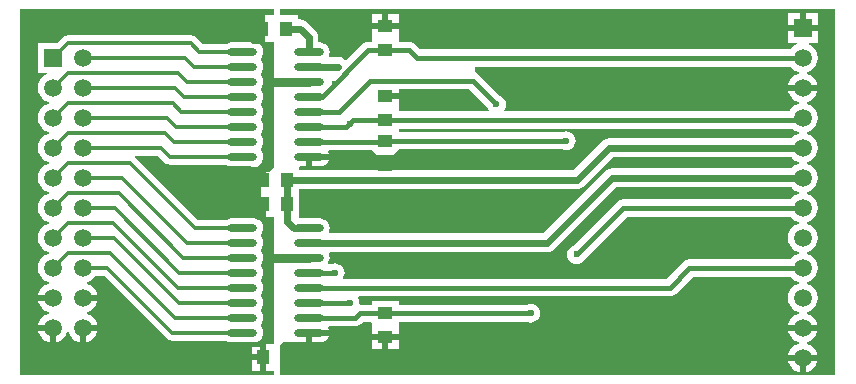
<source format=gtl>
G04*
G04 #@! TF.GenerationSoftware,Altium Limited,Altium Designer,25.2.1 (25)*
G04*
G04 Layer_Physical_Order=1*
G04 Layer_Color=255*
%FSLAX44Y44*%
%MOMM*%
G71*
G04*
G04 #@! TF.SameCoordinates,BB5B7109-8511-46E3-AB3A-B5F62D7AE0FB*
G04*
G04*
G04 #@! TF.FilePolarity,Positive*
G04*
G01*
G75*
%ADD11C,0.3000*%
%ADD15R,1.0160X1.2700*%
%ADD16O,2.5400X0.6000*%
%ADD17R,1.2700X1.0160*%
%ADD24C,0.8000*%
%ADD25C,0.6000*%
%ADD26C,0.4500*%
%ADD27C,1.5000*%
%ADD28R,1.5000X1.5000*%
%ADD29C,0.6000*%
G36*
X695000Y15000D02*
X225098D01*
Y18660D01*
Y40098D01*
X227491Y42491D01*
X241576D01*
D01*
D01*
X246460D01*
Y50560D01*
X249000D01*
Y53100D01*
X266307D01*
X265688Y54594D01*
X265524Y54809D01*
X266086Y55947D01*
X288260D01*
X288260Y55947D01*
X290153Y56197D01*
X291916Y56927D01*
X293431Y58089D01*
X295189Y59847D01*
X301752D01*
X302650Y58949D01*
X302650Y57080D01*
X302650Y55810D01*
Y49380D01*
X325350D01*
Y55810D01*
X325350Y56920D01*
X325350Y58190D01*
Y59847D01*
X433749D01*
X434912Y59366D01*
X437000Y59091D01*
X439088Y59366D01*
X441035Y60172D01*
X442706Y61454D01*
X443988Y63126D01*
X444794Y65072D01*
X445069Y67160D01*
X444794Y69248D01*
X443988Y71195D01*
X442706Y72866D01*
X441035Y74148D01*
X439088Y74954D01*
X437000Y75229D01*
X434912Y74954D01*
X433749Y74472D01*
X325350D01*
Y77240D01*
X302650D01*
Y74472D01*
X293149D01*
X292028Y75688D01*
X292069Y76000D01*
X291794Y78088D01*
X290988Y80035D01*
X290854Y80209D01*
X291416Y81348D01*
X554660D01*
X554660Y81348D01*
X556553Y81597D01*
X558316Y82327D01*
X559831Y83489D01*
X574539Y98197D01*
X657355D01*
X658585Y96595D01*
X661196Y94591D01*
X663923Y93462D01*
X663923Y93460D01*
Y92160D01*
X663923Y92158D01*
X661196Y91029D01*
X658585Y89025D01*
X656581Y86414D01*
X655322Y83373D01*
X654892Y80110D01*
X655322Y76847D01*
X656581Y73806D01*
X658585Y71195D01*
X661196Y69191D01*
X663923Y68062D01*
X663923Y68060D01*
Y66760D01*
X663923Y66758D01*
X661196Y65629D01*
X658585Y63625D01*
X656581Y61014D01*
X655322Y57973D01*
X655227Y57250D01*
X667500D01*
X679773D01*
X679678Y57973D01*
X678419Y61014D01*
X676415Y63625D01*
X673804Y65629D01*
X671077Y66758D01*
X671077Y66760D01*
Y68060D01*
X671077Y68062D01*
X673804Y69191D01*
X676415Y71195D01*
X678419Y73806D01*
X679678Y76847D01*
X680108Y80110D01*
X679678Y83373D01*
X678419Y86414D01*
X676415Y89025D01*
X673804Y91029D01*
X671077Y92158D01*
X671077Y92160D01*
Y93460D01*
X671077Y93462D01*
X673804Y94591D01*
X676415Y96595D01*
X678419Y99206D01*
X679678Y102247D01*
X680108Y105510D01*
X679678Y108773D01*
X678419Y111814D01*
X676415Y114425D01*
X673804Y116429D01*
X671077Y117558D01*
X671077Y117560D01*
Y118860D01*
X671077Y118862D01*
X673804Y119991D01*
X676415Y121995D01*
X678419Y124606D01*
X679678Y127647D01*
X680108Y130910D01*
X679678Y134173D01*
X678419Y137214D01*
X676415Y139825D01*
X673804Y141829D01*
X671077Y142958D01*
X671077Y142960D01*
Y144260D01*
X671077Y144262D01*
X673804Y145391D01*
X676415Y147395D01*
X678419Y150006D01*
X679678Y153047D01*
X680108Y156310D01*
X679678Y159573D01*
X678419Y162614D01*
X676415Y165225D01*
X673804Y167229D01*
X671077Y168358D01*
X671077Y168360D01*
Y169660D01*
X671077Y169662D01*
X673804Y170791D01*
X676415Y172795D01*
X678419Y175406D01*
X679678Y178447D01*
X680108Y181710D01*
X679678Y184973D01*
X678419Y188014D01*
X676415Y190625D01*
X673804Y192629D01*
X671077Y193758D01*
X671077Y193760D01*
Y195060D01*
X671077Y195062D01*
X673804Y196191D01*
X676415Y198195D01*
X678419Y200806D01*
X679678Y203847D01*
X680108Y207110D01*
X679678Y210373D01*
X678419Y213414D01*
X676415Y216025D01*
X673804Y218029D01*
X671077Y219158D01*
X671077Y219160D01*
Y220460D01*
X671077Y220462D01*
X673804Y221591D01*
X676415Y223595D01*
X678419Y226206D01*
X679678Y229247D01*
X680108Y232510D01*
X679678Y235773D01*
X678419Y238814D01*
X676415Y241425D01*
X673804Y243429D01*
X671077Y244558D01*
X671077Y244560D01*
Y245860D01*
X671077Y245862D01*
X673804Y246991D01*
X676415Y248995D01*
X678419Y251606D01*
X679678Y254647D01*
X679773Y255370D01*
X667500D01*
X655227D01*
X655322Y254647D01*
X656581Y251606D01*
X658585Y248995D01*
X661196Y246991D01*
X663923Y245862D01*
X663923Y245860D01*
Y244560D01*
X663923Y244558D01*
X661196Y243429D01*
X658585Y241425D01*
X656581Y238814D01*
X656311Y238163D01*
X415205D01*
X414579Y239433D01*
X414988Y239965D01*
X415794Y241912D01*
X416069Y244000D01*
X415794Y246088D01*
X414988Y248034D01*
X413706Y249706D01*
X412034Y250988D01*
X410872Y251469D01*
X393171Y269171D01*
X391656Y270333D01*
X390000Y271019D01*
Y275998D01*
X657355D01*
X658585Y274395D01*
X661196Y272391D01*
X663923Y271262D01*
X663923Y271260D01*
Y269960D01*
X663923Y269958D01*
X661196Y268829D01*
X658585Y266825D01*
X656581Y264214D01*
X655322Y261173D01*
X655227Y260450D01*
X667500D01*
X679773D01*
X679678Y261173D01*
X678419Y264214D01*
X676415Y266825D01*
X673804Y268829D01*
X671077Y269958D01*
X671077Y269960D01*
Y271260D01*
X671077Y271262D01*
X673804Y272391D01*
X676415Y274395D01*
X678419Y277006D01*
X679678Y280047D01*
X680108Y283310D01*
X679678Y286573D01*
X678419Y289614D01*
X676415Y292225D01*
X673804Y294229D01*
X672087Y294940D01*
X672339Y296210D01*
X680000D01*
Y306170D01*
X667500D01*
X655000D01*
Y296210D01*
X662661D01*
X662913Y294940D01*
X661196Y294229D01*
X658585Y292225D01*
X657355Y290623D01*
X343539D01*
X339141Y295021D01*
X337626Y296183D01*
X335863Y296913D01*
X333970Y297163D01*
X333970Y297163D01*
X326248D01*
X325350Y298061D01*
X325350Y299930D01*
X325350Y301200D01*
Y307630D01*
X314000D01*
X302650D01*
Y301200D01*
X302650Y300090D01*
X302650Y298820D01*
Y297163D01*
X299670D01*
X299670Y297163D01*
X297777Y296913D01*
X296014Y296183D01*
X294499Y295021D01*
X294499Y295021D01*
X281029Y281550D01*
X279761Y281633D01*
X279706Y281706D01*
X278034Y282988D01*
X276088Y283794D01*
X274000Y284069D01*
X272178Y283829D01*
X266751D01*
X265967Y285099D01*
X266494Y286372D01*
X266769Y288460D01*
X266494Y290548D01*
X265688Y292495D01*
X264406Y294166D01*
X262735Y295448D01*
X260788Y296254D01*
X258700Y296529D01*
X257069D01*
Y301000D01*
X256794Y303088D01*
X255988Y305035D01*
X254706Y306706D01*
X247696Y313716D01*
X246024Y314998D01*
X244078Y315804D01*
X241990Y316079D01*
X240240D01*
Y319360D01*
X225938D01*
X225424Y319909D01*
X225098Y320597D01*
Y325000D01*
X695000D01*
Y15000D01*
D02*
G37*
G36*
X400531Y241128D02*
X401012Y239965D01*
X401421Y239433D01*
X400795Y238163D01*
X325350D01*
Y240930D01*
X325350D01*
Y241090D01*
X325350D01*
Y248630D01*
X314000D01*
Y253710D01*
X325350D01*
Y256688D01*
X384971D01*
X400531Y241128D01*
D02*
G37*
G36*
X661196Y221591D02*
X663923Y220462D01*
X663923Y220460D01*
Y219160D01*
X663923Y219158D01*
X661196Y218029D01*
X658585Y216025D01*
X657936Y215179D01*
X503110D01*
X501022Y214904D01*
X499076Y214098D01*
X497404Y212816D01*
X472668Y188079D01*
X241240D01*
Y191360D01*
X242456Y191491D01*
X246460D01*
Y199560D01*
X249000D01*
Y202100D01*
X266307D01*
X265688Y203595D01*
X265524Y203808D01*
X266086Y204947D01*
X302650D01*
X306597Y201000D01*
X320503D01*
X325350Y205847D01*
X463749D01*
X464912Y205366D01*
X467000Y205091D01*
X469088Y205366D01*
X471035Y206172D01*
X472706Y207454D01*
X473988Y209125D01*
X474794Y211072D01*
X475069Y213160D01*
X474794Y215248D01*
X473988Y217194D01*
X472706Y218866D01*
X471035Y220148D01*
X469088Y220954D01*
X467000Y221229D01*
X464912Y220954D01*
X463749Y220473D01*
X325350D01*
Y223538D01*
X658660D01*
X661196Y221591D01*
D02*
G37*
G36*
X658585Y198195D02*
X661196Y196191D01*
X663923Y195062D01*
X663923Y195060D01*
Y193760D01*
X663923Y193758D01*
X661196Y192629D01*
X658585Y190625D01*
X657936Y189779D01*
X505710D01*
X503622Y189504D01*
X501676Y188698D01*
X500004Y187416D01*
X447418Y134829D01*
X266751D01*
X265967Y136099D01*
X266494Y137372D01*
X266769Y139460D01*
X266494Y141548D01*
X265688Y143495D01*
X264406Y145166D01*
X262735Y146448D01*
X260788Y147254D01*
X258700Y147529D01*
X241576D01*
X241240Y148660D01*
X241240D01*
Y168660D01*
Y171941D01*
X476010D01*
X478098Y172216D01*
X480045Y173022D01*
X481716Y174304D01*
X506452Y199041D01*
X657936D01*
X658585Y198195D01*
D02*
G37*
G36*
Y172795D02*
X661196Y170791D01*
X663923Y169662D01*
X663923Y169660D01*
Y168360D01*
X663923Y168358D01*
X661196Y167229D01*
X658585Y165225D01*
X657355Y163623D01*
X515310D01*
X513417Y163373D01*
X511654Y162643D01*
X510139Y161481D01*
X510139Y161481D01*
X473128Y124469D01*
X471965Y123988D01*
X470294Y122706D01*
X469012Y121034D01*
X468206Y119088D01*
X467931Y117000D01*
X468206Y114912D01*
X469012Y112965D01*
X470294Y111294D01*
X471965Y110012D01*
X473912Y109206D01*
X476000Y108931D01*
X478088Y109206D01*
X480034Y110012D01*
X481706Y111294D01*
X482988Y112965D01*
X483470Y114128D01*
X518339Y148997D01*
X657355D01*
X658585Y147395D01*
X661196Y145391D01*
X663923Y144262D01*
X663923Y144260D01*
Y142960D01*
X663923Y142958D01*
X661196Y141829D01*
X658585Y139825D01*
X656581Y137214D01*
X655322Y134173D01*
X654892Y130910D01*
X655322Y127647D01*
X656581Y124606D01*
X658585Y121995D01*
X661196Y119991D01*
X663923Y118862D01*
X663923Y118860D01*
Y117560D01*
X663923Y117558D01*
X661196Y116429D01*
X658585Y114425D01*
X657355Y112823D01*
X571510D01*
X571510Y112823D01*
X569617Y112573D01*
X567854Y111843D01*
X566339Y110681D01*
X566339Y110681D01*
X551631Y95973D01*
X278746D01*
X278184Y97112D01*
X278348Y97325D01*
X279154Y99272D01*
X279429Y101360D01*
X279154Y103448D01*
X278348Y105394D01*
X277066Y107066D01*
X275394Y108348D01*
X273448Y109154D01*
X271360Y109429D01*
X269272Y109154D01*
X268109Y108673D01*
X266086D01*
X265524Y109812D01*
X265688Y110026D01*
X266494Y111972D01*
X266769Y114060D01*
X266494Y116148D01*
X265967Y117421D01*
X266751Y118691D01*
X450760D01*
X452848Y118966D01*
X454795Y119772D01*
X456466Y121054D01*
X509052Y173641D01*
X657936D01*
X658585Y172795D01*
D02*
G37*
G36*
X220000Y320597D02*
X219920Y319360D01*
X218730Y319360D01*
X212380D01*
Y308010D01*
Y296660D01*
X219920Y296660D01*
X220000Y295423D01*
Y191360D01*
Y190440D01*
X215920Y186360D01*
X213380D01*
Y180010D01*
X210840D01*
Y177470D01*
X208406D01*
Y162550D01*
X210840D01*
Y160010D01*
X213380D01*
Y148660D01*
X220000D01*
Y41360D01*
X213380D01*
Y30010D01*
Y18660D01*
X220000D01*
Y15000D01*
X5000D01*
Y325000D01*
X220000D01*
Y320597D01*
D02*
G37*
%LPC*%
G36*
X325350Y320250D02*
X316540D01*
Y312710D01*
X325350D01*
Y320250D01*
D02*
G37*
G36*
X311460D02*
X302650D01*
Y312710D01*
X311460D01*
Y320250D01*
D02*
G37*
G36*
X680000Y321210D02*
X670040D01*
Y311250D01*
X680000D01*
Y321210D01*
D02*
G37*
G36*
X664960D02*
X655000D01*
Y311250D01*
X664960D01*
Y321210D01*
D02*
G37*
G36*
X266307Y48020D02*
X251540D01*
Y42491D01*
X258700D01*
X260788Y42766D01*
X262735Y43572D01*
X264406Y44854D01*
X265688Y46526D01*
X266307Y48020D01*
D02*
G37*
G36*
X325350Y44300D02*
X316540D01*
Y36760D01*
X325350D01*
Y44300D01*
D02*
G37*
G36*
X311460D02*
X302650D01*
Y36760D01*
X311460D01*
Y44300D01*
D02*
G37*
G36*
X679773Y52170D02*
X667500D01*
X655227D01*
X655322Y51447D01*
X656581Y48406D01*
X658585Y45795D01*
X661196Y43791D01*
X663923Y42662D01*
X663923Y42660D01*
Y41360D01*
X663923Y41358D01*
X661196Y40229D01*
X658585Y38225D01*
X656581Y35614D01*
X655322Y32573D01*
X655227Y31850D01*
X667500D01*
X679773D01*
X679678Y32573D01*
X678419Y35614D01*
X676415Y38225D01*
X673804Y40229D01*
X671077Y41358D01*
X671077Y41360D01*
Y42660D01*
X671077Y42662D01*
X673804Y43791D01*
X676415Y45795D01*
X678419Y48406D01*
X679678Y51447D01*
X679773Y52170D01*
D02*
G37*
G36*
Y26770D02*
X670040D01*
Y17037D01*
X670763Y17132D01*
X673804Y18391D01*
X676415Y20395D01*
X678419Y23006D01*
X679678Y26047D01*
X679773Y26770D01*
D02*
G37*
G36*
X664960D02*
X655227D01*
X655322Y26047D01*
X656581Y23006D01*
X658585Y20395D01*
X661196Y18391D01*
X664237Y17132D01*
X664960Y17037D01*
Y26770D01*
D02*
G37*
G36*
X266307Y197020D02*
X251540D01*
Y191491D01*
X258700D01*
X260788Y191766D01*
X262735Y192572D01*
X264406Y193854D01*
X265688Y195525D01*
X266307Y197020D01*
D02*
G37*
G36*
X149200Y302356D02*
X44990D01*
X43293Y302133D01*
X41712Y301478D01*
X40354Y300436D01*
X35728Y295810D01*
X20000D01*
Y270810D01*
X27661D01*
X27913Y269540D01*
X26196Y268829D01*
X23585Y266825D01*
X21581Y264214D01*
X20322Y261173D01*
X19892Y257910D01*
X20322Y254647D01*
X21581Y251606D01*
X23585Y248995D01*
X26196Y246991D01*
X28923Y245862D01*
X28923Y245860D01*
Y244560D01*
X28923Y244558D01*
X26196Y243429D01*
X23585Y241425D01*
X21581Y238814D01*
X20322Y235773D01*
X19892Y232510D01*
X20322Y229247D01*
X21581Y226206D01*
X23585Y223595D01*
X26196Y221591D01*
X28923Y220462D01*
X28923Y220460D01*
Y219160D01*
X28923Y219158D01*
X26196Y218029D01*
X23585Y216025D01*
X21581Y213414D01*
X20322Y210373D01*
X19892Y207110D01*
X20322Y203847D01*
X21581Y200806D01*
X23585Y198195D01*
X26196Y196191D01*
X28923Y195062D01*
X28923Y195060D01*
Y193760D01*
X28923Y193758D01*
X26196Y192629D01*
X23585Y190625D01*
X21581Y188014D01*
X20322Y184973D01*
X19892Y181710D01*
X20322Y178447D01*
X21581Y175406D01*
X23585Y172795D01*
X26196Y170791D01*
X28923Y169662D01*
X28923Y169660D01*
Y168360D01*
X28923Y168358D01*
X26196Y167229D01*
X23585Y165225D01*
X21581Y162614D01*
X20322Y159573D01*
X19892Y156310D01*
X20322Y153047D01*
X21581Y150006D01*
X23585Y147395D01*
X26196Y145391D01*
X28923Y144262D01*
X28923Y144260D01*
Y142960D01*
X28923Y142958D01*
X26196Y141829D01*
X23585Y139825D01*
X21581Y137214D01*
X20322Y134173D01*
X19892Y130910D01*
X20322Y127647D01*
X21581Y124606D01*
X23585Y121995D01*
X26196Y119991D01*
X28923Y118862D01*
X28923Y118860D01*
Y117560D01*
X28923Y117558D01*
X26196Y116429D01*
X23585Y114425D01*
X21581Y111814D01*
X20322Y108773D01*
X19892Y105510D01*
X20322Y102247D01*
X21581Y99206D01*
X23585Y96595D01*
X26196Y94591D01*
X28923Y93462D01*
X28923Y93460D01*
Y92160D01*
X28923Y92158D01*
X26196Y91029D01*
X23585Y89025D01*
X21581Y86414D01*
X20322Y83373D01*
X20227Y82650D01*
X32500D01*
Y77570D01*
X20227D01*
X20322Y76847D01*
X21581Y73806D01*
X23585Y71195D01*
X26196Y69191D01*
X28923Y68062D01*
X28923Y68060D01*
Y66760D01*
X28923Y66758D01*
X26196Y65629D01*
X23585Y63625D01*
X21581Y61014D01*
X20322Y57973D01*
X20227Y57250D01*
X32500D01*
Y54710D01*
X35040D01*
Y42437D01*
X35763Y42532D01*
X38804Y43791D01*
X41415Y45795D01*
X43419Y48406D01*
X44548Y51133D01*
X44550Y51133D01*
X45850D01*
X45852Y51133D01*
X46981Y48406D01*
X48985Y45795D01*
X51596Y43791D01*
X54637Y42532D01*
X55360Y42437D01*
Y54710D01*
X57900D01*
Y57250D01*
X70174D01*
X70078Y57973D01*
X68819Y61014D01*
X66815Y63625D01*
X64204Y65629D01*
X61477Y66758D01*
X61477Y66760D01*
Y68060D01*
X61477Y68062D01*
X64204Y69191D01*
X66815Y71195D01*
X68819Y73806D01*
X70078Y76847D01*
X70174Y77570D01*
X57900D01*
Y82650D01*
X70174D01*
X70078Y83373D01*
X68819Y86414D01*
X66815Y89025D01*
X64204Y91029D01*
X61477Y92158D01*
X61477Y92160D01*
Y93460D01*
X61477Y93462D01*
X64204Y94591D01*
X66815Y96595D01*
X68625Y98954D01*
X75774D01*
X128804Y45924D01*
X130162Y44882D01*
X131743Y44227D01*
X133440Y44004D01*
X178703D01*
X179266Y43572D01*
X181212Y42766D01*
X183300Y42491D01*
X200424D01*
D01*
D01*
X203765D01*
X203756Y42630D01*
X204788Y42766D01*
X206735Y43572D01*
X208406Y44854D01*
X209688Y46526D01*
X210494Y48472D01*
X210769Y50560D01*
X210494Y52648D01*
X209688Y54594D01*
X208406Y56266D01*
X208394Y56275D01*
Y57545D01*
X208406Y57554D01*
X209688Y59226D01*
X210494Y61172D01*
X210769Y63260D01*
X210494Y65348D01*
X209688Y67295D01*
X208406Y68966D01*
X208394Y68975D01*
Y70245D01*
X208406Y70254D01*
X209688Y71926D01*
X210494Y73872D01*
X210769Y75960D01*
X210494Y78048D01*
X209688Y79995D01*
X208406Y81666D01*
X208394Y81675D01*
Y82945D01*
X208406Y82954D01*
X209688Y84626D01*
X210494Y86572D01*
X210769Y88660D01*
X210494Y90748D01*
X209688Y92695D01*
X208406Y94366D01*
X208394Y94375D01*
Y95645D01*
X208406Y95654D01*
X209688Y97325D01*
X210494Y99272D01*
X210769Y101360D01*
X210494Y103448D01*
X209688Y105394D01*
X208406Y107066D01*
X208394Y107075D01*
Y108345D01*
X208406Y108354D01*
X209688Y110026D01*
X210494Y111972D01*
X210769Y114060D01*
X210494Y116148D01*
X209688Y118095D01*
X208556Y119569D01*
X208394Y120317D01*
Y121045D01*
X208406Y121054D01*
X209688Y122725D01*
X210494Y124672D01*
X210769Y126760D01*
X210494Y128848D01*
X209688Y130794D01*
X208406Y132466D01*
X208394Y132475D01*
Y133203D01*
X208556Y133951D01*
X209688Y135426D01*
X210494Y137372D01*
X210769Y139460D01*
X210494Y141548D01*
X209688Y143495D01*
X208406Y145166D01*
X206735Y146448D01*
X204788Y147254D01*
X203756Y147390D01*
X203765Y147529D01*
X200424D01*
Y147529D01*
Y147529D01*
X183300D01*
X181212Y147254D01*
X179266Y146448D01*
X178703Y146016D01*
X155256D01*
X102436Y198836D01*
X101852Y199284D01*
X102283Y200554D01*
X121174D01*
X126804Y194924D01*
X128162Y193882D01*
X129743Y193227D01*
X131440Y193004D01*
X178703D01*
X179265Y192572D01*
X181212Y191766D01*
X183300Y191491D01*
X199544D01*
X200760Y191360D01*
D01*
X205540D01*
X206810Y192630D01*
D01*
D01*
X208406Y193854D01*
X209688Y195525D01*
X210494Y197472D01*
X210769Y199560D01*
X210494Y201649D01*
X209688Y203595D01*
X208406Y205266D01*
X208393Y205275D01*
Y206545D01*
X208406Y206554D01*
X209688Y208225D01*
X210494Y210172D01*
X210769Y212260D01*
X210494Y214349D01*
X209688Y216295D01*
X208406Y217966D01*
X208393Y217975D01*
Y219245D01*
X208406Y219254D01*
X209688Y220926D01*
X210494Y222872D01*
X210769Y224960D01*
X210494Y227048D01*
X209688Y228995D01*
X208406Y230666D01*
X208393Y230675D01*
Y231945D01*
X208406Y231954D01*
X209688Y233626D01*
X210494Y235572D01*
X210769Y237660D01*
X210494Y239748D01*
X209688Y241695D01*
X208406Y243366D01*
X208393Y243375D01*
Y244645D01*
X208406Y244654D01*
X209688Y246325D01*
X210494Y248272D01*
X210769Y250360D01*
X210494Y252449D01*
X209688Y254395D01*
X208406Y256066D01*
X208393Y256075D01*
Y257345D01*
X208406Y257354D01*
X209688Y259025D01*
X210494Y260972D01*
X210769Y263060D01*
X210494Y265149D01*
X209688Y267095D01*
X208406Y268766D01*
X208393Y268775D01*
Y270045D01*
X208406Y270054D01*
X209688Y271726D01*
X210494Y273672D01*
X210769Y275760D01*
X210494Y277848D01*
X209688Y279795D01*
X208406Y281466D01*
X208393Y281475D01*
Y282745D01*
X208406Y282754D01*
X209688Y284426D01*
X210494Y286372D01*
X210769Y288460D01*
X210494Y290548D01*
X209688Y292495D01*
X208406Y294166D01*
X206810Y295390D01*
X206803Y295524D01*
X201476D01*
X199760Y297240D01*
Y296660D01*
X198544Y296529D01*
X183300D01*
X181212Y296254D01*
X179265Y295448D01*
X178703Y295016D01*
X159256D01*
X153836Y300436D01*
X152478Y301478D01*
X150897Y302133D01*
X149200Y302356D01*
D02*
G37*
G36*
X70174Y52170D02*
X60440D01*
Y42437D01*
X61163Y42532D01*
X64204Y43791D01*
X66815Y45795D01*
X68819Y48406D01*
X70078Y51447D01*
X70174Y52170D01*
D02*
G37*
G36*
X29960D02*
X20227D01*
X20322Y51447D01*
X21581Y48406D01*
X23585Y45795D01*
X26196Y43791D01*
X29237Y42532D01*
X29960Y42437D01*
Y52170D01*
D02*
G37*
G36*
X208300Y38900D02*
X200760D01*
Y32550D01*
X208300D01*
Y38900D01*
D02*
G37*
G36*
Y27470D02*
X200760D01*
Y18660D01*
X208300D01*
Y27470D01*
D02*
G37*
%LPD*%
D11*
X57900Y105510D02*
X78490D01*
X133440Y50560D02*
X193000D01*
X78490Y105510D02*
X133440Y50560D01*
X57900Y181710D02*
X91290D01*
X146240Y126760D02*
X193000D01*
X91290Y181710D02*
X146240Y126760D01*
X156540Y288460D02*
X193000D01*
X149200Y295800D02*
X156540Y288460D01*
X44990Y295800D02*
X149200D01*
X152240Y275760D02*
X193000D01*
X144690Y283310D02*
X152240Y275760D01*
X57900Y283310D02*
X144690D01*
X145940Y263060D02*
X193000D01*
X138600Y270400D02*
X145940Y263060D01*
X44990Y270400D02*
X138600D01*
X136090Y257910D02*
X143640Y250360D01*
X57900Y257910D02*
X136090D01*
X143640Y250360D02*
X193000D01*
X141340Y237660D02*
X193000D01*
X134000Y245000D02*
X141340Y237660D01*
X44990Y245000D02*
X134000D01*
X137040Y224960D02*
X193000D01*
X129490Y232510D02*
X137040Y224960D01*
X57900Y232510D02*
X129490D01*
X134740Y212260D02*
X193000D01*
X127400Y219600D02*
X134740Y212260D01*
X44990Y219600D02*
X127400D01*
X131440Y199560D02*
X193000D01*
X123890Y207110D02*
X131440Y199560D01*
X57900Y207110D02*
X123890D01*
X44990Y194200D02*
X97800D01*
X152540Y139460D01*
X193000D01*
X88200Y168800D02*
X142940Y114060D01*
X44990Y168800D02*
X88200D01*
X142940Y114060D02*
X193000D01*
X139640Y101360D02*
X193000D01*
X57900Y156310D02*
X84690D01*
X139640Y101360D01*
X44990Y143400D02*
X83600D01*
X138340Y88660D01*
X193000D01*
X57900Y130910D02*
X84090D01*
X139040Y75960D01*
X193000D01*
X135740Y63260D02*
X193000D01*
X81000Y118000D02*
X135740Y63260D01*
X32500Y283310D02*
X44990Y295800D01*
X32500Y257910D02*
X44990Y270400D01*
X32500Y232510D02*
X44990Y245000D01*
X32500Y207110D02*
X44990Y219600D01*
X32500Y181710D02*
X44990Y194200D01*
X32500Y156310D02*
X44990Y168800D01*
X32500Y130910D02*
X44990Y143400D01*
Y118000D02*
X81000D01*
X32500Y105510D02*
X44990Y118000D01*
D15*
X230160Y308010D02*
D03*
X209840D02*
D03*
X231160Y30010D02*
D03*
X210840D02*
D03*
X231160Y160010D02*
D03*
X210840D02*
D03*
Y180010D02*
D03*
X231160D02*
D03*
D16*
X249000Y50560D02*
D03*
Y63260D02*
D03*
Y75960D02*
D03*
Y88660D02*
D03*
Y101360D02*
D03*
Y114060D02*
D03*
Y126760D02*
D03*
Y139460D02*
D03*
X193000Y50560D02*
D03*
Y63260D02*
D03*
Y75960D02*
D03*
Y88660D02*
D03*
Y101360D02*
D03*
Y114060D02*
D03*
Y126760D02*
D03*
Y139460D02*
D03*
X249000Y199560D02*
D03*
Y212260D02*
D03*
Y224960D02*
D03*
Y237660D02*
D03*
Y250360D02*
D03*
Y263060D02*
D03*
Y275760D02*
D03*
Y288460D02*
D03*
X193000Y199560D02*
D03*
Y212260D02*
D03*
Y224960D02*
D03*
Y237660D02*
D03*
Y250360D02*
D03*
Y263060D02*
D03*
Y275760D02*
D03*
Y288460D02*
D03*
D17*
X314000Y230850D02*
D03*
Y251170D02*
D03*
Y289850D02*
D03*
Y310170D02*
D03*
Y67160D02*
D03*
Y46840D02*
D03*
Y213160D02*
D03*
Y192840D02*
D03*
D24*
X215940Y114060D02*
X249000D01*
X216940Y263060D02*
X249000D01*
D25*
X231160Y171120D02*
Y180010D01*
Y160010D02*
Y171120D01*
X239685Y308010D02*
X241990D01*
X230160D02*
X239685D01*
X231160Y180010D02*
X476010D01*
X273760Y275760D02*
X274000Y276000D01*
X249000Y275760D02*
X273760D01*
X299997Y126760D02*
X450760D01*
X249000D02*
X299997D01*
X249000Y288460D02*
Y301000D01*
X241990Y308010D02*
X249000Y301000D01*
X231160Y144761D02*
Y160010D01*
Y144761D02*
X236461Y139460D01*
X249000D01*
X505710Y181710D02*
X667500D01*
X450760Y126760D02*
X505710Y181710D01*
X503110Y207110D02*
X667500D01*
X476010Y180010D02*
X503110Y207110D01*
D26*
X314000Y67160D02*
X437000D01*
X292160D02*
X314000D01*
X476000Y117000D02*
X515310Y156310D01*
X667500D01*
X301000Y264000D02*
X388000D01*
X249000Y237660D02*
X274660D01*
X301000Y264000D01*
X249000Y63260D02*
X288260D01*
X292160Y67160D01*
X249040Y76000D02*
X284000D01*
X249000Y75960D02*
X249040Y76000D01*
X571510Y105510D02*
X667500D01*
X554660Y88660D02*
X571510Y105510D01*
X249000Y88660D02*
X554660D01*
X249000Y101360D02*
X271360D01*
X388000Y264000D02*
X408000Y244000D01*
X314000Y213160D02*
X467000D01*
X313100Y212260D02*
X314000Y213160D01*
X249000Y212260D02*
X313100D01*
X665840Y230850D02*
X667500Y232510D01*
X340510Y283310D02*
X667500D01*
X314000Y230850D02*
X665840D01*
X286670D02*
X314000D01*
X280780Y224960D02*
X286670Y230850D01*
X249000Y224960D02*
X280780D01*
X333970Y289850D02*
X340510Y283310D01*
X314000Y289850D02*
X333970D01*
X299670D02*
X314000D01*
X260180Y250360D02*
X299670Y289850D01*
X249000Y250360D02*
X260180D01*
D27*
X57900Y54710D02*
D03*
X32500D02*
D03*
X57900Y80110D02*
D03*
X32500D02*
D03*
X57900Y105510D02*
D03*
X32500D02*
D03*
X57900Y130910D02*
D03*
X32500D02*
D03*
X57900Y156310D02*
D03*
X32500D02*
D03*
X57900Y181710D02*
D03*
X32500D02*
D03*
X57900Y207110D02*
D03*
X32500D02*
D03*
X57900Y232510D02*
D03*
X32500D02*
D03*
X57900Y257910D02*
D03*
X32500D02*
D03*
X57900Y283310D02*
D03*
X667500Y105510D02*
D03*
Y207110D02*
D03*
Y181710D02*
D03*
Y283310D02*
D03*
Y257910D02*
D03*
Y232510D02*
D03*
Y156310D02*
D03*
Y130910D02*
D03*
Y80110D02*
D03*
Y54710D02*
D03*
Y29310D02*
D03*
D28*
X32500Y283310D02*
D03*
X667500Y308710D02*
D03*
D29*
X629000Y168000D02*
D03*
Y219000D02*
D03*
X91000Y76000D02*
D03*
X118000Y49000D02*
D03*
X91000D02*
D03*
X172000Y22000D02*
D03*
X145000D02*
D03*
X118000D02*
D03*
X91000D02*
D03*
X64000D02*
D03*
X10000D02*
D03*
X37000D02*
D03*
X172000Y318000D02*
D03*
X145000D02*
D03*
X118000D02*
D03*
X91000D02*
D03*
X64000D02*
D03*
X10000D02*
D03*
X37000D02*
D03*
X575000Y91000D02*
D03*
X629000D02*
D03*
X602000D02*
D03*
X629000Y116000D02*
D03*
X602000D02*
D03*
X575000D02*
D03*
X629000Y143000D02*
D03*
X602000D02*
D03*
X575000D02*
D03*
X494000Y112000D02*
D03*
X521000D02*
D03*
X440000D02*
D03*
X413000D02*
D03*
X305000D02*
D03*
X386000D02*
D03*
X359000D02*
D03*
X332000D02*
D03*
X278000Y24000D02*
D03*
X305000D02*
D03*
X332000D02*
D03*
X359000D02*
D03*
X386000D02*
D03*
X413000D02*
D03*
X440000D02*
D03*
X467000D02*
D03*
X494000D02*
D03*
X521000D02*
D03*
X548000D02*
D03*
X575000D02*
D03*
X629000D02*
D03*
X602000D02*
D03*
X359000Y318000D02*
D03*
X386000D02*
D03*
X413000D02*
D03*
X440000D02*
D03*
X467000D02*
D03*
X494000D02*
D03*
X521000D02*
D03*
X548000D02*
D03*
X575000D02*
D03*
X602000D02*
D03*
X629000D02*
D03*
Y272000D02*
D03*
X602000D02*
D03*
X575000D02*
D03*
X548000D02*
D03*
X521000D02*
D03*
X494000D02*
D03*
X467000D02*
D03*
X413000D02*
D03*
X440000D02*
D03*
Y139000D02*
D03*
X413000D02*
D03*
X386000D02*
D03*
X359000D02*
D03*
X332000D02*
D03*
Y166000D02*
D03*
X359000D02*
D03*
X386000D02*
D03*
X413000D02*
D03*
X440000D02*
D03*
X398000Y272000D02*
D03*
X393000Y242000D02*
D03*
X380000Y253000D02*
D03*
X332000Y242000D02*
D03*
Y253000D02*
D03*
Y320000D02*
D03*
X296000Y319000D02*
D03*
Y310000D02*
D03*
X258000Y168000D02*
D03*
Y153000D02*
D03*
X249000D02*
D03*
Y168000D02*
D03*
X440000Y193000D02*
D03*
X413000D02*
D03*
X386000D02*
D03*
X359000D02*
D03*
X332000D02*
D03*
X249000Y191000D02*
D03*
X333000Y46000D02*
D03*
Y37000D02*
D03*
X295000D02*
D03*
Y46000D02*
D03*
X246000Y21000D02*
D03*
Y29000D02*
D03*
Y37000D02*
D03*
X213000Y289710D02*
D03*
Y262000D02*
D03*
Y200000D02*
D03*
Y50000D02*
D03*
Y114000D02*
D03*
Y137060D02*
D03*
X196000Y37000D02*
D03*
Y29000D02*
D03*
Y21000D02*
D03*
X195000Y301000D02*
D03*
Y311000D02*
D03*
Y321000D02*
D03*
X165000Y160000D02*
D03*
Y180000D02*
D03*
X195000Y160000D02*
D03*
Y180000D02*
D03*
X115000Y195000D02*
D03*
X239685Y308010D02*
D03*
X231160Y171120D02*
D03*
X437000Y67160D02*
D03*
X476000Y117000D02*
D03*
X467000Y213160D02*
D03*
X408000Y244000D02*
D03*
X273880Y275880D02*
D03*
X299997Y126760D02*
D03*
X271360Y261540D02*
D03*
X284000Y227630D02*
D03*
X271360Y101360D02*
D03*
X284000Y76000D02*
D03*
M02*

</source>
